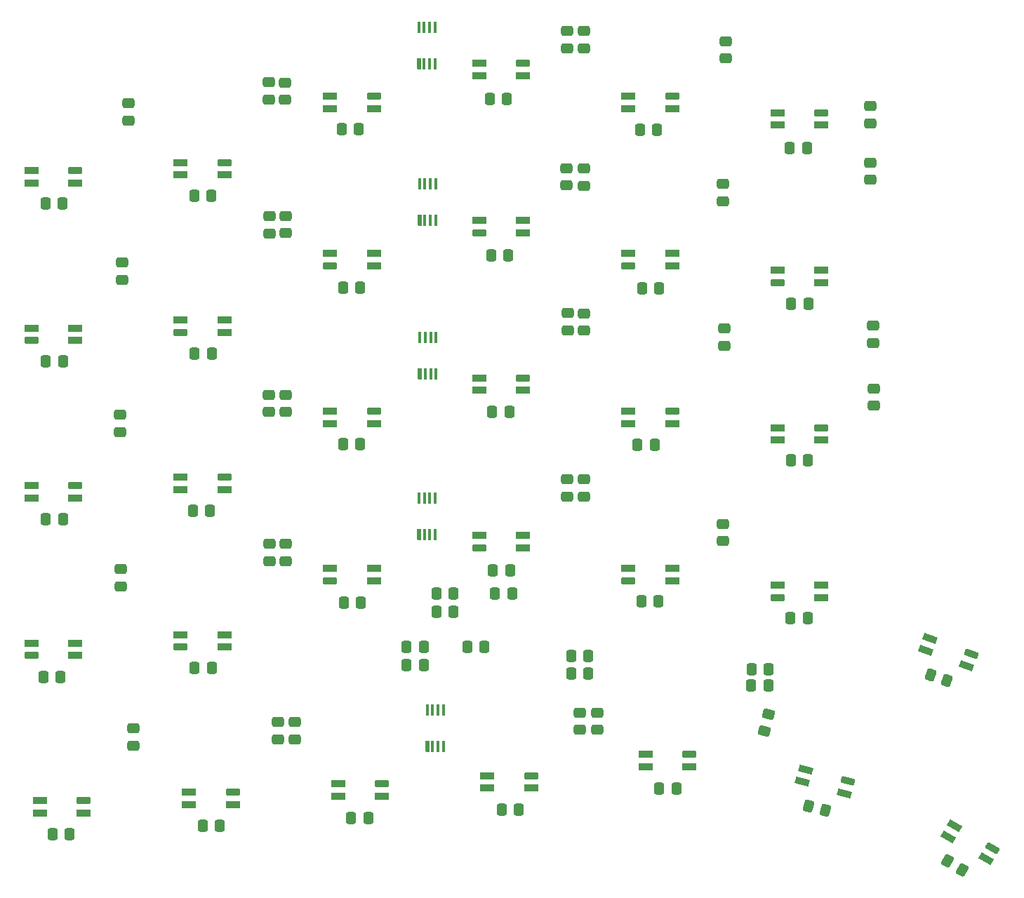
<source format=gbr>
%TF.GenerationSoftware,KiCad,Pcbnew,(6.0.0)*%
%TF.CreationDate,2022-02-08T17:16:42+09:00*%
%TF.ProjectId,brimstone2,6272696d-7374-46f6-9e65-322e6b696361,rev?*%
%TF.SameCoordinates,Original*%
%TF.FileFunction,Paste,Top*%
%TF.FilePolarity,Positive*%
%FSLAX46Y46*%
G04 Gerber Fmt 4.6, Leading zero omitted, Abs format (unit mm)*
G04 Created by KiCad (PCBNEW (6.0.0)) date 2022-02-08 17:16:42*
%MOMM*%
%LPD*%
G01*
G04 APERTURE LIST*
G04 Aperture macros list*
%AMRoundRect*
0 Rectangle with rounded corners*
0 $1 Rounding radius*
0 $2 $3 $4 $5 $6 $7 $8 $9 X,Y pos of 4 corners*
0 Add a 4 corners polygon primitive as box body*
4,1,4,$2,$3,$4,$5,$6,$7,$8,$9,$2,$3,0*
0 Add four circle primitives for the rounded corners*
1,1,$1+$1,$2,$3*
1,1,$1+$1,$4,$5*
1,1,$1+$1,$6,$7*
1,1,$1+$1,$8,$9*
0 Add four rect primitives between the rounded corners*
20,1,$1+$1,$2,$3,$4,$5,0*
20,1,$1+$1,$4,$5,$6,$7,0*
20,1,$1+$1,$6,$7,$8,$9,0*
20,1,$1+$1,$8,$9,$2,$3,0*%
%AMRotRect*
0 Rectangle, with rotation*
0 The origin of the aperture is its center*
0 $1 length*
0 $2 width*
0 $3 Rotation angle, in degrees counterclockwise*
0 Add horizontal line*
21,1,$1,$2,0,0,$3*%
%AMOutline5P*
0 Free polygon, 5 corners , with rotation*
0 The origin of the aperture is its center*
0 number of corners: always 5*
0 $1 to $10 corner X, Y*
0 $11 Rotation angle, in degrees counterclockwise*
0 create outline with 5 corners*
4,1,5,$1,$2,$3,$4,$5,$6,$7,$8,$9,$10,$1,$2,$11*%
%AMOutline6P*
0 Free polygon, 6 corners , with rotation*
0 The origin of the aperture is its center*
0 number of corners: always 6*
0 $1 to $12 corner X, Y*
0 $13 Rotation angle, in degrees counterclockwise*
0 create outline with 6 corners*
4,1,6,$1,$2,$3,$4,$5,$6,$7,$8,$9,$10,$11,$12,$1,$2,$13*%
%AMOutline7P*
0 Free polygon, 7 corners , with rotation*
0 The origin of the aperture is its center*
0 number of corners: always 7*
0 $1 to $14 corner X, Y*
0 $15 Rotation angle, in degrees counterclockwise*
0 create outline with 7 corners*
4,1,7,$1,$2,$3,$4,$5,$6,$7,$8,$9,$10,$11,$12,$13,$14,$1,$2,$15*%
%AMOutline8P*
0 Free polygon, 8 corners , with rotation*
0 The origin of the aperture is its center*
0 number of corners: always 8*
0 $1 to $16 corner X, Y*
0 $17 Rotation angle, in degrees counterclockwise*
0 create outline with 8 corners*
4,1,8,$1,$2,$3,$4,$5,$6,$7,$8,$9,$10,$11,$12,$13,$14,$15,$16,$1,$2,$17*%
G04 Aperture macros list end*
%ADD10RoundRect,0.250000X0.475000X-0.337500X0.475000X0.337500X-0.475000X0.337500X-0.475000X-0.337500X0*%
%ADD11RoundRect,0.250000X0.337500X0.475000X-0.337500X0.475000X-0.337500X-0.475000X0.337500X-0.475000X0*%
%ADD12RoundRect,0.250000X-0.479606X-0.330922X0.154687X-0.561786X0.479606X0.330922X-0.154687X0.561786X0*%
%ADD13R,1.700000X0.820000*%
%ADD14RoundRect,0.205000X-0.645000X-0.205000X0.645000X-0.205000X0.645000X0.205000X-0.645000X0.205000X0*%
%ADD15RoundRect,0.250000X-0.337500X-0.475000X0.337500X-0.475000X0.337500X0.475000X-0.337500X0.475000X0*%
%ADD16RoundRect,0.205000X0.645000X0.205000X-0.645000X0.205000X-0.645000X-0.205000X0.645000X-0.205000X0*%
%ADD17RotRect,1.700000X0.820000X340.000000*%
%ADD18RoundRect,0.205000X-0.676216X0.027966X0.535988X-0.413240X0.676216X-0.027966X-0.535988X0.413240X0*%
%ADD19Outline5P,-0.225000X0.700000X0.135000X0.700000X0.225000X0.610000X0.225000X-0.700000X-0.225000X-0.700000X180.000000*%
%ADD20R,0.450000X1.400000*%
%ADD21RoundRect,0.250000X0.371463X-0.448939X0.546166X0.203061X-0.371463X0.448939X-0.546166X-0.203061X0*%
%ADD22RoundRect,0.250000X-0.448939X-0.371463X0.203061X-0.546166X0.448939X0.371463X-0.203061X0.546166X0*%
%ADD23RoundRect,0.250000X-0.529784X-0.242612X0.054784X-0.580112X0.529784X0.242612X-0.054784X0.580112X0*%
%ADD24RotRect,1.700000X0.820000X345.000000*%
%ADD25RoundRect,0.205000X-0.676080X-0.031077X0.569964X-0.364953X0.676080X0.031077X-0.569964X0.364953X0*%
%ADD26RoundRect,0.250000X-0.475000X0.337500X-0.475000X-0.337500X0.475000X-0.337500X0.475000X0.337500X0*%
%ADD27RotRect,1.700000X0.820000X330.000000*%
%ADD28RoundRect,0.205000X-0.661086X0.144965X0.456086X-0.500035X0.661086X-0.144965X-0.456086X0.500035X0*%
G04 APERTURE END LIST*
D10*
%TO.C,D12*%
X72600000Y-79982500D03*
X72600000Y-77907500D03*
%TD*%
D11*
%TO.C,C114*%
X81647500Y-124535000D03*
X79572500Y-124535000D03*
%TD*%
%TO.C,C127*%
X135647500Y-88485000D03*
X133572500Y-88485000D03*
%TD*%
D12*
%TO.C,C132*%
X150355069Y-133270154D03*
X152304931Y-133979846D03*
%TD*%
D10*
%TO.C,D23*%
X108540000Y-91732500D03*
X108540000Y-89657500D03*
%TD*%
D11*
%TO.C,D36*%
X96557500Y-129915000D03*
X94482500Y-129915000D03*
%TD*%
D13*
%TO.C,D123*%
X113905600Y-102935600D03*
X113905600Y-101435600D03*
D14*
X119205600Y-101435600D03*
D13*
X119205600Y-102935600D03*
%TD*%
D15*
%TO.C,C121*%
X115302500Y-67455000D03*
X117377500Y-67455000D03*
%TD*%
D11*
%TO.C,C107*%
X63677500Y-94465000D03*
X61602500Y-94465000D03*
%TD*%
D13*
%TO.C,D109*%
X65205600Y-128435600D03*
X65205600Y-129935600D03*
D16*
X59905600Y-129935600D03*
D13*
X59905600Y-128435600D03*
%TD*%
%TO.C,D108*%
X59905600Y-110935600D03*
X59905600Y-109435600D03*
D14*
X65205600Y-109435600D03*
D13*
X65205600Y-110935600D03*
%TD*%
D10*
%TO.C,D29*%
X125340000Y-117132500D03*
X125340000Y-115057500D03*
%TD*%
D11*
%TO.C,D33*%
X89227500Y-132115000D03*
X87152500Y-132115000D03*
%TD*%
D17*
%TO.C,D44*%
X149761017Y-130328837D03*
X150274048Y-128919298D03*
D18*
X155254419Y-130732005D03*
D17*
X154741388Y-132141544D03*
%TD*%
D10*
%TO.C,D10*%
X71650000Y-141052500D03*
X71650000Y-138977500D03*
%TD*%
%TO.C,D1*%
X53580000Y-66352500D03*
X53580000Y-64277500D03*
%TD*%
D19*
%TO.C,IC2*%
X88715000Y-78415000D03*
D20*
X89365000Y-78415000D03*
X90015000Y-78415000D03*
X90665000Y-78415000D03*
X90665000Y-74015000D03*
X90015000Y-74015000D03*
X89365000Y-74015000D03*
X88710000Y-74015000D03*
%TD*%
D13*
%TO.C,D112*%
X83205600Y-82435600D03*
X83205600Y-83935600D03*
D16*
X77905600Y-83935600D03*
D13*
X77905600Y-82435600D03*
%TD*%
%TO.C,D117*%
X101205600Y-78435600D03*
X101205600Y-79935600D03*
D16*
X95905600Y-79935600D03*
D13*
X95905600Y-78435600D03*
%TD*%
%TO.C,D116*%
X95905600Y-60935600D03*
X95905600Y-59435600D03*
D14*
X101205600Y-59435600D03*
D13*
X101205600Y-60935600D03*
%TD*%
%TO.C,D125*%
X115990684Y-144383625D03*
X115990684Y-142883625D03*
D14*
X121290684Y-142883625D03*
D13*
X121290684Y-144383625D03*
%TD*%
D10*
%TO.C,D18*%
X106570000Y-91672500D03*
X106570000Y-89597500D03*
%TD*%
%TO.C,D11*%
X72510000Y-63862500D03*
X72510000Y-61787500D03*
%TD*%
D11*
%TO.C,D35*%
X89227500Y-129905000D03*
X87152500Y-129905000D03*
%TD*%
D15*
%TO.C,C113*%
X79495000Y-105445000D03*
X81570000Y-105445000D03*
%TD*%
%TO.C,C106*%
X61552500Y-75485000D03*
X63627500Y-75485000D03*
%TD*%
D10*
%TO.C,D16*%
X106540000Y-57642500D03*
X106540000Y-55567500D03*
%TD*%
D15*
%TO.C,C123*%
X115005000Y-105545000D03*
X117080000Y-105545000D03*
%TD*%
D10*
%TO.C,D14*%
X72560000Y-119522500D03*
X72560000Y-117447500D03*
%TD*%
D13*
%TO.C,D102*%
X47205600Y-91435600D03*
X47205600Y-92935600D03*
D16*
X41905600Y-92935600D03*
D13*
X41905600Y-91435600D03*
%TD*%
D10*
%TO.C,D3*%
X52610000Y-103952500D03*
X52610000Y-101877500D03*
%TD*%
D13*
%TO.C,D126*%
X131905600Y-66935600D03*
X131905600Y-65435600D03*
D14*
X137205600Y-65435600D03*
D13*
X137205600Y-66935600D03*
%TD*%
D11*
%TO.C,D40*%
X130827500Y-132595000D03*
X128752500Y-132595000D03*
%TD*%
D10*
%TO.C,D24*%
X108550000Y-111762500D03*
X108550000Y-109687500D03*
%TD*%
D13*
%TO.C,D118*%
X95905600Y-98935600D03*
X95905600Y-97435600D03*
D14*
X101205600Y-97435600D03*
D13*
X101205600Y-98935600D03*
%TD*%
D10*
%TO.C,R1*%
X143140000Y-66695000D03*
X143140000Y-64620000D03*
%TD*%
D15*
%TO.C,C108*%
X61365000Y-113485000D03*
X63440000Y-113485000D03*
%TD*%
D21*
%TO.C,D30*%
X130300000Y-140025000D03*
X130837050Y-138020704D03*
%TD*%
D13*
%TO.C,D129*%
X137205600Y-122435600D03*
X137205600Y-123935600D03*
D16*
X131905600Y-123935600D03*
D13*
X131905600Y-122435600D03*
%TD*%
D10*
%TO.C,D2*%
X52860000Y-85582500D03*
X52860000Y-83507500D03*
%TD*%
%TO.C,D15*%
X73640000Y-141052500D03*
X73640000Y-138977500D03*
%TD*%
%TO.C,D17*%
X106460000Y-74212500D03*
X106460000Y-72137500D03*
%TD*%
D11*
%TO.C,C119*%
X99657500Y-120655000D03*
X97582500Y-120655000D03*
%TD*%
D10*
%TO.C,D7*%
X70630000Y-79992500D03*
X70630000Y-77917500D03*
%TD*%
D11*
%TO.C,C104*%
X45407500Y-133555000D03*
X43332500Y-133555000D03*
%TD*%
%TO.C,D32*%
X109067500Y-133105000D03*
X106992500Y-133105000D03*
%TD*%
D13*
%TO.C,D110*%
X60905600Y-148935600D03*
X60905600Y-147435600D03*
D14*
X66205600Y-147435600D03*
D13*
X66205600Y-148935600D03*
%TD*%
D10*
%TO.C,D13*%
X72540000Y-101552500D03*
X72540000Y-99477500D03*
%TD*%
D13*
%TO.C,D114*%
X83205600Y-120435600D03*
X83205600Y-121935600D03*
D16*
X77905600Y-121935600D03*
D13*
X77905600Y-120435600D03*
%TD*%
D15*
%TO.C,C125*%
X117632500Y-146965000D03*
X119707500Y-146965000D03*
%TD*%
D13*
%TO.C,D113*%
X77905600Y-102935600D03*
X77905600Y-101435600D03*
D14*
X83205600Y-101435600D03*
D13*
X83205600Y-102935600D03*
%TD*%
%TO.C,D119*%
X101205600Y-116435600D03*
X101205600Y-117935600D03*
D16*
X95905600Y-117935600D03*
D13*
X95905600Y-116435600D03*
%TD*%
%TO.C,D128*%
X131905600Y-104935600D03*
X131905600Y-103435600D03*
D14*
X137205600Y-103435600D03*
D13*
X137205600Y-104935600D03*
%TD*%
D22*
%TO.C,C130*%
X135687852Y-149096475D03*
X137692148Y-149633525D03*
%TD*%
D13*
%TO.C,D115*%
X78905600Y-147935600D03*
X78905600Y-146435600D03*
D14*
X84205600Y-146435600D03*
D13*
X84205600Y-147935600D03*
%TD*%
D15*
%TO.C,C120*%
X98622500Y-149575000D03*
X100697500Y-149575000D03*
%TD*%
D10*
%TO.C,D6*%
X70540000Y-63852500D03*
X70540000Y-61777500D03*
%TD*%
D13*
%TO.C,D104*%
X47205600Y-129435600D03*
X47205600Y-130935600D03*
D16*
X41905600Y-130935600D03*
D13*
X41905600Y-129435600D03*
%TD*%
D19*
%TO.C,IC5*%
X89657391Y-141953820D03*
D20*
X90307391Y-141953820D03*
X90957391Y-141953820D03*
X91607391Y-141953820D03*
X91607391Y-137553820D03*
X90957391Y-137553820D03*
X90307391Y-137553820D03*
X89652391Y-137553820D03*
%TD*%
D15*
%TO.C,C111*%
X79342500Y-67445000D03*
X81417500Y-67445000D03*
%TD*%
D10*
%TO.C,D26*%
X125650000Y-58872500D03*
X125650000Y-56797500D03*
%TD*%
D13*
%TO.C,D120*%
X96905600Y-146935600D03*
X96905600Y-145435600D03*
D14*
X102205600Y-145435600D03*
D13*
X102205600Y-146935600D03*
%TD*%
D11*
%TO.C,C109*%
X63660000Y-132405000D03*
X61585000Y-132405000D03*
%TD*%
%TO.C,C122*%
X117657500Y-86595000D03*
X115582500Y-86595000D03*
%TD*%
D15*
%TO.C,C115*%
X80472500Y-150565000D03*
X82547500Y-150565000D03*
%TD*%
D11*
%TO.C,D38*%
X109067500Y-130995000D03*
X106992500Y-130995000D03*
%TD*%
D10*
%TO.C,D27*%
X125330000Y-76122500D03*
X125330000Y-74047500D03*
%TD*%
D11*
%TO.C,C129*%
X135537500Y-126445000D03*
X133462500Y-126445000D03*
%TD*%
D10*
%TO.C,D4*%
X52640000Y-122602500D03*
X52640000Y-120527500D03*
%TD*%
D23*
%TO.C,C131*%
X152431499Y-155756250D03*
X154228501Y-156793750D03*
%TD*%
D15*
%TO.C,C101*%
X43612500Y-76365000D03*
X45687500Y-76365000D03*
%TD*%
D13*
%TO.C,D105*%
X42905600Y-149935600D03*
X42905600Y-148435600D03*
D14*
X48205600Y-148435600D03*
D13*
X48205600Y-149935600D03*
%TD*%
D10*
%TO.C,D5*%
X54170000Y-141792500D03*
X54170000Y-139717500D03*
%TD*%
D15*
%TO.C,C116*%
X97172500Y-63805000D03*
X99247500Y-63805000D03*
%TD*%
D13*
%TO.C,D121*%
X113905600Y-64935600D03*
X113905600Y-63435600D03*
D14*
X119205600Y-63435600D03*
D13*
X119205600Y-64935600D03*
%TD*%
D10*
%TO.C,D45*%
X143480000Y-93202500D03*
X143480000Y-91127500D03*
%TD*%
%TO.C,D22*%
X108560000Y-74262500D03*
X108560000Y-72187500D03*
%TD*%
D19*
%TO.C,IC3*%
X88775000Y-96945000D03*
D20*
X89425000Y-96945000D03*
X90075000Y-96945000D03*
X90725000Y-96945000D03*
X90725000Y-92545000D03*
X90075000Y-92545000D03*
X89425000Y-92545000D03*
X88770000Y-92545000D03*
%TD*%
D11*
%TO.C,C112*%
X81587500Y-86555000D03*
X79512500Y-86555000D03*
%TD*%
%TO.C,C124*%
X117570000Y-124355000D03*
X115495000Y-124355000D03*
%TD*%
D24*
%TO.C,D130*%
X134881717Y-146180291D03*
X135269946Y-144731402D03*
D25*
X140389353Y-146103143D03*
D24*
X140001124Y-147552032D03*
%TD*%
D15*
%TO.C,C118*%
X97472500Y-101535000D03*
X99547500Y-101535000D03*
%TD*%
D13*
%TO.C,D124*%
X119205600Y-120435600D03*
X119205600Y-121935600D03*
D16*
X113905600Y-121935600D03*
D13*
X113905600Y-120435600D03*
%TD*%
D15*
%TO.C,C103*%
X43652500Y-114455000D03*
X45727500Y-114455000D03*
%TD*%
D10*
%TO.C,D9*%
X70600000Y-119522500D03*
X70600000Y-117447500D03*
%TD*%
D15*
%TO.C,C105*%
X44422500Y-152505000D03*
X46497500Y-152505000D03*
%TD*%
D26*
%TO.C,R2*%
X143140000Y-71437500D03*
X143140000Y-73512500D03*
%TD*%
D13*
%TO.C,D127*%
X137205600Y-84435600D03*
X137205600Y-85935600D03*
D16*
X131905600Y-85935600D03*
D13*
X131905600Y-84435600D03*
%TD*%
D10*
%TO.C,D21*%
X108580000Y-57642500D03*
X108580000Y-55567500D03*
%TD*%
D11*
%TO.C,D39*%
X92817500Y-123495000D03*
X90742500Y-123495000D03*
%TD*%
D15*
%TO.C,C110*%
X62542500Y-151485000D03*
X64617500Y-151485000D03*
%TD*%
D10*
%TO.C,D25*%
X110140000Y-139912500D03*
X110140000Y-137837500D03*
%TD*%
D13*
%TO.C,D122*%
X119205600Y-82435600D03*
X119205600Y-83935600D03*
D16*
X113905600Y-83935600D03*
D13*
X113905600Y-82435600D03*
%TD*%
D11*
%TO.C,D42*%
X99887500Y-123435000D03*
X97812500Y-123435000D03*
%TD*%
D10*
%TO.C,D20*%
X108090000Y-139900000D03*
X108090000Y-137825000D03*
%TD*%
D19*
%TO.C,IC1*%
X88640000Y-59519632D03*
D20*
X89290000Y-59519632D03*
X89940000Y-59519632D03*
X90590000Y-59519632D03*
X90590000Y-55119632D03*
X89940000Y-55119632D03*
X89290000Y-55119632D03*
X88635000Y-55119632D03*
%TD*%
D13*
%TO.C,D107*%
X65205600Y-90435600D03*
X65205600Y-91935600D03*
D16*
X59905600Y-91935600D03*
D13*
X59905600Y-90435600D03*
%TD*%
D11*
%TO.C,C102*%
X45727500Y-95395000D03*
X43652500Y-95395000D03*
%TD*%
D13*
%TO.C,D103*%
X41905600Y-111935600D03*
X41905600Y-110435600D03*
D14*
X47205600Y-110435600D03*
D13*
X47205600Y-111935600D03*
%TD*%
D10*
%TO.C,D19*%
X106520000Y-111762500D03*
X106520000Y-109687500D03*
%TD*%
%TO.C,D46*%
X143530000Y-100792500D03*
X143530000Y-98717500D03*
%TD*%
D13*
%TO.C,D111*%
X77905600Y-64935600D03*
X77905600Y-63435600D03*
D14*
X83205600Y-63435600D03*
D13*
X83205600Y-64935600D03*
%TD*%
D10*
%TO.C,D28*%
X125450000Y-93562500D03*
X125450000Y-91487500D03*
%TD*%
D13*
%TO.C,D101*%
X41905600Y-73935600D03*
X41905600Y-72435600D03*
D14*
X47205600Y-72435600D03*
D13*
X47205600Y-73935600D03*
%TD*%
D10*
%TO.C,D8*%
X70580000Y-101532500D03*
X70580000Y-99457500D03*
%TD*%
D11*
%TO.C,D41*%
X92817500Y-125695000D03*
X90742500Y-125695000D03*
%TD*%
D13*
%TO.C,D106*%
X59905600Y-72935600D03*
X59905600Y-71435600D03*
D14*
X65205600Y-71435600D03*
D13*
X65205600Y-72935600D03*
%TD*%
D19*
%TO.C,IC4*%
X88670000Y-116315402D03*
D20*
X89320000Y-116315402D03*
X89970000Y-116315402D03*
X90620000Y-116315402D03*
X90620000Y-111915402D03*
X89970000Y-111915402D03*
X89320000Y-111915402D03*
X88665000Y-111915402D03*
%TD*%
D27*
%TO.C,D43*%
X152516222Y-152818583D03*
X153266222Y-151519545D03*
D28*
X157856156Y-154169545D03*
D27*
X157106156Y-155468583D03*
%TD*%
D15*
%TO.C,C128*%
X133502500Y-107405000D03*
X135577500Y-107405000D03*
%TD*%
D11*
%TO.C,C117*%
X99417500Y-82655000D03*
X97342500Y-82655000D03*
%TD*%
D15*
%TO.C,C126*%
X133402500Y-69665000D03*
X135477500Y-69665000D03*
%TD*%
D11*
%TO.C,D34*%
X130817500Y-134575000D03*
X128742500Y-134575000D03*
%TD*%
M02*

</source>
